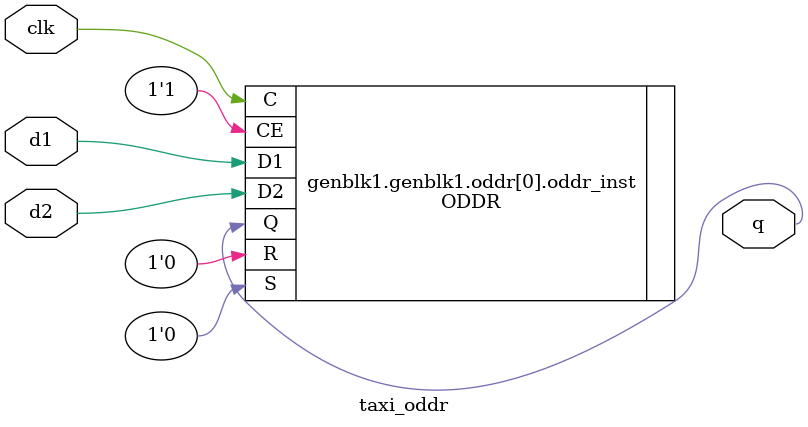
<source format=sv>
/*

Copyright (c) 2016-2025 FPGA Ninja, LLC

Authors:
- Alex Forencich

*/

`resetall
`timescale 1ns / 1ps
`default_nettype none

/*
 * Generic ODDR module
 */
module taxi_oddr #
(
    // simulation (set to avoid vendor primitives)
    parameter logic SIM = 1'b0,
    // vendor ("GENERIC", "XILINX", "ALTERA")
    parameter VENDOR = "XILINX",
    // device family
    parameter FAMILY = "virtex7",
    // Width of register in bits
    parameter WIDTH = 1
)
(
    input  wire logic              clk,

    input  wire logic [WIDTH-1:0]  d1,
    input  wire logic [WIDTH-1:0]  d2,

    output wire logic [WIDTH-1:0]  q
);

/*

Provides a consistent output DDR flip flop across multiple FPGA families
              _____       _____       _____       _____
    clk  ____/     \_____/     \_____/     \_____/     \_____
         _ ___________ ___________ ___________ ___________ __
    d1   _X____D0_____X____D2_____X____D4_____X____D6_____X__
         _ ___________ ___________ ___________ ___________ __
    d2   _X____D1_____X____D3_____X____D5_____X____D7_____X__
         _____ _____ _____ _____ _____ _____ _____ _____ ____
    d    _____X_D0__X_D1__X_D2__X_D3__X_D4__X_D5__X_D6__X_D7_

*/

if (!SIM && VENDOR == "XILINX") begin
    // Xilinx/AMD device support

    if (FAMILY == "spartan6") begin
        // spartan6 uses IODDR2

        for (genvar n = 0; n < WIDTH; n = n + 1) begin : oddr
            ODDR2 #(
                .DDR_ALIGNMENT("C0"),
                .SRTYPE("ASYNC")
            )
            oddr_inst (
                .Q(q[n]),
                .C0(clk),
                .C1(~clk),
                .CE(1'b1),
                .D0(d1[n]),
                .D1(d2[n]),
                .R(1'b0),
                .S(1'b0)
            );
        end
    end else begin
        // virtex4, virtex5, virtex6, virtex7, kintex7, artix7, virtexu, kintexu, virtexuplus, kintexuplus

        for (genvar n = 0; n < WIDTH; n = n + 1) begin : oddr
            ODDR #(
                .DDR_CLK_EDGE("SAME_EDGE"),
                .SRTYPE("ASYNC")
            )
            oddr_inst (
                .Q(q[n]),
                .C(clk),
                .CE(1'b1),
                .D1(d1[n]),
                .D2(d2[n]),
                .R(1'b0),
                .S(1'b0)
            );
        end
    end

end else if (!SIM && VENDOR == "ALTERA") begin
    // Altera/Intel/Altera device support

    altddio_out #(
        .WIDTH(WIDTH),
        .POWER_UP_HIGH("OFF"),
        .OE_REG("UNUSED")
    )
    altddio_out_inst (
        .aset(1'b0),
        .datain_h(d1),
        .datain_l(d2),
        .outclocken(1'b1),
        .outclock(clk),
        .aclr(1'b0),
        .dataout(q)
    );

end else begin
    // generic/simulation implementation (no vendor primitives)

    logic [WIDTH-1:0] d1_reg = '0;
    logic [WIDTH-1:0] d2_reg = '0;

    always_ff @(posedge clk) begin
        d1_reg <= d1;
        d2_reg <= d2;
    end

    assign q = clk ? d1_reg : d2_reg;

end

endmodule

`resetall

</source>
